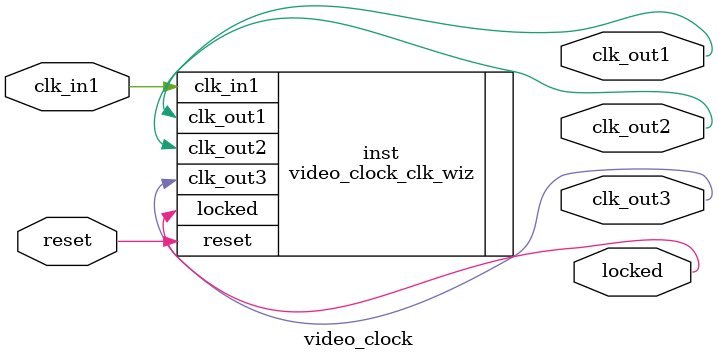
<source format=v>


`timescale 1ps/1ps

(* CORE_GENERATION_INFO = "video_clock,clk_wiz_v6_0_1_0_0,{component_name=video_clock,use_phase_alignment=true,use_min_o_jitter=false,use_max_i_jitter=false,use_dyn_phase_shift=false,use_inclk_switchover=false,use_dyn_reconfig=false,enable_axi=0,feedback_source=FDBK_AUTO,PRIMITIVE=MMCM,num_out_clk=3,clkin1_period=10.000,clkin2_period=10.000,use_power_down=false,use_reset=true,use_locked=true,use_inclk_stopped=false,feedback_type=SINGLE,CLOCK_MGR_TYPE=NA,manual_override=false}" *)

module video_clock 
 (
  // Clock out ports
  output        clk_out1,
  output        clk_out2,
  output        clk_out3,
  // Status and control signals
  input         reset,
  output        locked,
 // Clock in ports
  input         clk_in1
 );

  video_clock_clk_wiz inst
  (
  // Clock out ports  
  .clk_out1(clk_out1),
  .clk_out2(clk_out2),
  .clk_out3(clk_out3),
  // Status and control signals               
  .reset(reset), 
  .locked(locked),
 // Clock in ports
  .clk_in1(clk_in1)
  );

endmodule

</source>
